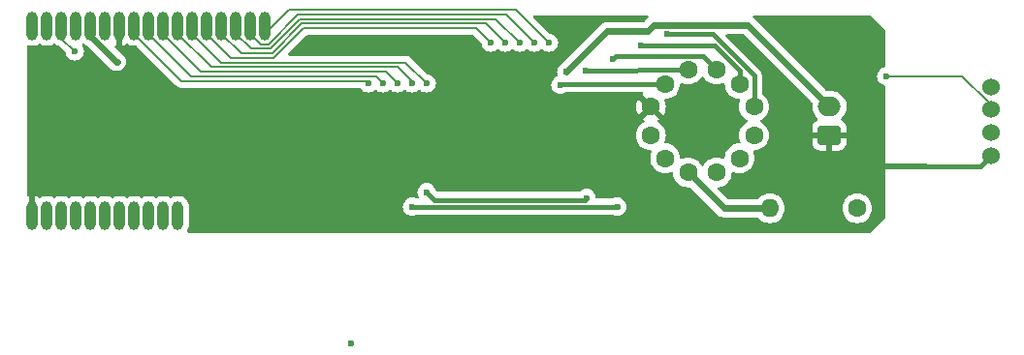
<source format=gbr>
%TF.GenerationSoftware,KiCad,Pcbnew,8.0.3*%
%TF.CreationDate,2024-07-12T14:10:18+09:00*%
%TF.ProjectId,Unit-LD8035E,556e6974-2d4c-4443-9830-3335452e6b69,rev?*%
%TF.SameCoordinates,Original*%
%TF.FileFunction,Copper,L2,Bot*%
%TF.FilePolarity,Positive*%
%FSLAX46Y46*%
G04 Gerber Fmt 4.6, Leading zero omitted, Abs format (unit mm)*
G04 Created by KiCad (PCBNEW 8.0.3) date 2024-07-12 14:10:18*
%MOMM*%
%LPD*%
G01*
G04 APERTURE LIST*
G04 Aperture macros list*
%AMRoundRect*
0 Rectangle with rounded corners*
0 $1 Rounding radius*
0 $2 $3 $4 $5 $6 $7 $8 $9 X,Y pos of 4 corners*
0 Add a 4 corners polygon primitive as box body*
4,1,4,$2,$3,$4,$5,$6,$7,$8,$9,$2,$3,0*
0 Add four circle primitives for the rounded corners*
1,1,$1+$1,$2,$3*
1,1,$1+$1,$4,$5*
1,1,$1+$1,$6,$7*
1,1,$1+$1,$8,$9*
0 Add four rect primitives between the rounded corners*
20,1,$1+$1,$2,$3,$4,$5,0*
20,1,$1+$1,$4,$5,$6,$7,0*
20,1,$1+$1,$6,$7,$8,$9,0*
20,1,$1+$1,$8,$9,$2,$3,0*%
G04 Aperture macros list end*
%TA.AperFunction,ComponentPad*%
%ADD10C,1.600000*%
%TD*%
%TA.AperFunction,ComponentPad*%
%ADD11RoundRect,0.500000X-0.008000X0.750000X-0.008000X-0.750000X0.008000X-0.750000X0.008000X0.750000X0*%
%TD*%
%TA.AperFunction,ComponentPad*%
%ADD12RoundRect,0.500000X0.008000X-0.750000X0.008000X0.750000X-0.008000X0.750000X-0.008000X-0.750000X0*%
%TD*%
%TA.AperFunction,ComponentPad*%
%ADD13O,1.600000X1.600000*%
%TD*%
%TA.AperFunction,ComponentPad*%
%ADD14RoundRect,0.250000X0.750000X-0.600000X0.750000X0.600000X-0.750000X0.600000X-0.750000X-0.600000X0*%
%TD*%
%TA.AperFunction,ComponentPad*%
%ADD15O,2.000000X1.700000*%
%TD*%
%TA.AperFunction,ComponentPad*%
%ADD16C,1.524000*%
%TD*%
%TA.AperFunction,ViaPad*%
%ADD17C,0.600000*%
%TD*%
%TA.AperFunction,Conductor*%
%ADD18C,0.200000*%
%TD*%
%TA.AperFunction,Conductor*%
%ADD19C,0.500000*%
%TD*%
%TA.AperFunction,Conductor*%
%ADD20C,0.600000*%
%TD*%
%TA.AperFunction,Conductor*%
%ADD21C,0.400000*%
%TD*%
G04 APERTURE END LIST*
D10*
%TO.P,V1,1,dp*%
%TO.N,Net-(U1-OUT1)*%
X137050000Y-96875000D03*
%TO.P,V1,2,GRID*%
%TO.N,Net-(U1-OUT2)*%
X138300000Y-98875000D03*
%TO.P,V1,3,filament*%
%TO.N,Net-(R1-Pad2)*%
X140300000Y-100125000D03*
%TO.P,V1,4,h*%
%TO.N,Net-(U1-OUT3)*%
X142800000Y-100125000D03*
%TO.P,V1,5,b*%
%TO.N,Net-(U1-OUT4)*%
X144800000Y-98875000D03*
%TO.P,V1,6,a*%
%TO.N,Net-(U1-OUT5)*%
X146050000Y-96875000D03*
%TO.P,V1,7,g*%
%TO.N,Net-(U2-OUT4)*%
X146050000Y-94375000D03*
%TO.P,V1,8,f*%
%TO.N,Net-(U2-OUT5)*%
X144800000Y-92375000D03*
%TO.P,V1,9,e*%
%TO.N,Net-(U2-OUT6)*%
X142800000Y-91125000D03*
%TO.P,V1,10,d*%
%TO.N,Net-(U2-OUT7)*%
X140300000Y-91125000D03*
%TO.P,V1,11,c*%
%TO.N,Net-(U2-OUT8)*%
X138300000Y-92375000D03*
%TO.P,V1,12,filament*%
%TO.N,GND*%
X137050000Y-94375000D03*
%TD*%
D11*
%TO.P,U3,1,G1*%
%TO.N,Net-(U2-IN4)*%
X103360000Y-87285000D03*
%TO.P,U3,2,G2*%
%TO.N,Net-(U2-IN5)*%
X102090000Y-87285000D03*
%TO.P,U3,3,G3*%
%TO.N,Net-(U2-IN6)*%
X100820000Y-87285000D03*
%TO.P,U3,4,G4*%
%TO.N,Net-(U2-IN7)*%
X99550000Y-87285000D03*
%TO.P,U3,5,G5*%
%TO.N,Net-(U2-IN8)*%
X98280000Y-87285000D03*
%TO.P,U3,6,G6*%
%TO.N,Net-(U1-IN1)*%
X97010000Y-87285000D03*
%TO.P,U3,7,G7*%
%TO.N,Net-(U1-IN2)*%
X95740000Y-87285000D03*
%TO.P,U3,8,G8*%
%TO.N,Net-(U1-IN3)*%
X94470000Y-87285000D03*
%TO.P,U3,9,G9*%
%TO.N,Net-(U1-IN4)*%
X93200000Y-87285000D03*
%TO.P,U3,10,G10*%
%TO.N,Net-(U1-IN5)*%
X91930000Y-87285000D03*
%TO.P,U3,11,GND*%
%TO.N,GND*%
X90660000Y-87285000D03*
%TO.P,U3,12,G11*%
%TO.N,unconnected-(U3-G11-Pad12)*%
X89390000Y-87285000D03*
%TO.P,U3,13,5V*%
%TO.N,+5V*%
X88120000Y-87285000D03*
%TO.P,U3,14,G12*%
%TO.N,unconnected-(U3-G12-Pad14)*%
X86850000Y-87285000D03*
%TO.P,U3,15,G13/SDA*%
%TO.N,Net-(J1-Pin_3)*%
X85580000Y-87285000D03*
%TO.P,U3,16,G14*%
%TO.N,unconnected-(U3-G14-Pad16)*%
X84310000Y-87285000D03*
%TO.P,U3,17,G15/SCL*%
%TO.N,Net-(J1-Pin_4)*%
X83040000Y-87285000D03*
D12*
%TO.P,U3,18,GND*%
%TO.N,GND*%
X83040000Y-103925000D03*
%TO.P,U3,19,G39*%
%TO.N,unconnected-(U3-G39-Pad19)*%
X84310000Y-103925000D03*
%TO.P,U3,20,G0*%
%TO.N,unconnected-(U3-G0-Pad20)*%
X85580000Y-103925000D03*
%TO.P,U3,21,G40*%
%TO.N,unconnected-(U3-G40-Pad21)*%
X86850000Y-103925000D03*
%TO.P,U3,22,EN*%
%TO.N,unconnected-(U3-EN-Pad22)*%
X88120000Y-103925000D03*
%TO.P,U3,23,G41*%
%TO.N,unconnected-(U3-G41-Pad23)*%
X89390000Y-103925000D03*
%TO.P,U3,24,G44*%
%TO.N,unconnected-(U3-G44-Pad24)*%
X90660000Y-103925000D03*
%TO.P,U3,25,G42*%
%TO.N,unconnected-(U3-G42-Pad25)*%
X91930000Y-103925000D03*
%TO.P,U3,26,G43*%
%TO.N,unconnected-(U3-G43-Pad26)*%
X93200000Y-103925000D03*
%TO.P,U3,27,G46*%
%TO.N,unconnected-(U3-G46-Pad27)*%
X94470000Y-103925000D03*
%TO.P,U3,28,3V3*%
%TO.N,unconnected-(U3-3V3-Pad28)*%
X95740000Y-103925000D03*
%TD*%
D10*
%TO.P,R1,1*%
%TO.N,+12V*%
X155067000Y-103251000D03*
D13*
%TO.P,R1,2*%
%TO.N,Net-(R1-Pad2)*%
X147447000Y-103251000D03*
%TD*%
D14*
%TO.P,J2,1,Pin_1*%
%TO.N,GND*%
X152637000Y-96850000D03*
D15*
%TO.P,J2,2,Pin_2*%
%TO.N,+12V*%
X152637000Y-94350000D03*
%TD*%
D16*
%TO.P,J1,1,Pin_1*%
%TO.N,GND*%
X166725000Y-98625000D03*
%TO.P,J1,2,Pin_2*%
%TO.N,+5V*%
X166725000Y-96625000D03*
%TO.P,J1,3,Pin_3*%
%TO.N,Net-(J1-Pin_3)*%
X166725000Y-94625000D03*
%TO.P,J1,4,Pin_4*%
%TO.N,Net-(J1-Pin_4)*%
X166725000Y-92625000D03*
%TD*%
D17*
%TO.N,*%
X110871000Y-115062000D03*
%TO.N,GND*%
X97409000Y-101600000D03*
X103251000Y-103124000D03*
X98044000Y-98171000D03*
X104648000Y-97917000D03*
X107696000Y-99822000D03*
X84963000Y-92075000D03*
X84963000Y-97790000D03*
X86868000Y-93472000D03*
X91313000Y-100457000D03*
X87757000Y-99949000D03*
X90932000Y-93726000D03*
X93345000Y-97155000D03*
X95250000Y-100838000D03*
X96647000Y-94107000D03*
X102235000Y-100965000D03*
X101981000Y-95377000D03*
X110236000Y-96520000D03*
X113030000Y-100076000D03*
X117221000Y-96520000D03*
X121666000Y-93599000D03*
X124079000Y-93345000D03*
X134747000Y-94615000D03*
X134239000Y-96901000D03*
X151384000Y-102870000D03*
X151892000Y-100584000D03*
X147066000Y-100965000D03*
X149225000Y-98679000D03*
X148971000Y-93472000D03*
X156718000Y-99568000D03*
%TO.N,+5V*%
X90424000Y-90424000D03*
%TO.N,Net-(J1-Pin_3)*%
X86741000Y-89535000D03*
X157607000Y-91694000D03*
%TO.N,+12V*%
X129667000Y-91313000D03*
%TO.N,Net-(U1-OUT1)*%
X131445000Y-102362000D03*
%TO.N,Net-(U1-OUT2)*%
X134112000Y-103124000D03*
%TO.N,Net-(U1-OUT1)*%
X117475000Y-101854000D03*
%TO.N,Net-(U1-OUT2)*%
X116205000Y-103124000D03*
%TO.N,Net-(U2-OUT4)*%
X138430000Y-88011000D03*
%TO.N,Net-(U2-OUT5)*%
X136144000Y-89027000D03*
%TO.N,Net-(U2-OUT6)*%
X133731000Y-90170000D03*
%TO.N,Net-(U2-OUT7)*%
X131318000Y-91186000D03*
%TO.N,Net-(U2-OUT8)*%
X129159000Y-92456000D03*
%TO.N,Net-(U1-IN5)*%
X112395000Y-92329000D03*
%TO.N,Net-(U1-IN4)*%
X113665000Y-92329000D03*
%TO.N,Net-(U1-IN3)*%
X114935000Y-92329000D03*
%TO.N,Net-(U1-IN2)*%
X116205000Y-92329000D03*
%TO.N,Net-(U1-IN1)*%
X117475000Y-92329000D03*
%TO.N,Net-(U2-IN8)*%
X123063000Y-88773000D03*
%TO.N,Net-(U2-IN7)*%
X124333000Y-88773000D03*
%TO.N,Net-(U2-IN6)*%
X125603000Y-88773000D03*
%TO.N,Net-(U2-IN5)*%
X126873000Y-88773000D03*
%TO.N,Net-(U2-IN4)*%
X128143000Y-88773000D03*
%TD*%
D18*
%TO.N,Net-(J1-Pin_3)*%
X157632400Y-91719400D02*
X157607000Y-91694000D01*
X164236400Y-91719400D02*
X157632400Y-91719400D01*
X166547800Y-94608400D02*
X166547800Y-94030800D01*
X166547800Y-94030800D02*
X164236400Y-91719400D01*
%TO.N,Net-(U2-IN4)*%
X125265626Y-85895626D02*
X128143000Y-88773000D01*
X105537450Y-85886291D02*
X125265626Y-85895626D01*
X105458709Y-85886291D02*
X105537450Y-85886291D01*
X103360000Y-87985000D02*
X105458709Y-85886291D01*
D19*
%TO.N,GND*%
X156743400Y-99593400D02*
X161086800Y-99593400D01*
X156718000Y-99568000D02*
X156743400Y-99593400D01*
X156692600Y-99593400D02*
X156718000Y-99568000D01*
D20*
%TO.N,+5V*%
X90349516Y-90424000D02*
X90424000Y-90424000D01*
X88120000Y-88194484D02*
X90349516Y-90424000D01*
X88120000Y-87985000D02*
X88120000Y-88194484D01*
D18*
%TO.N,Net-(J1-Pin_3)*%
X85580000Y-88374000D02*
X85580000Y-87985000D01*
X86741000Y-89535000D02*
X85580000Y-88374000D01*
X157581600Y-91719400D02*
X157607000Y-91694000D01*
D20*
%TO.N,+12V*%
X133223000Y-87757000D02*
X129667000Y-91313000D01*
X136779000Y-87757000D02*
X133223000Y-87757000D01*
X137033000Y-87503000D02*
X136779000Y-87757000D01*
X145498000Y-87211000D02*
X137325000Y-87211000D01*
X152637000Y-94350000D02*
X145498000Y-87211000D01*
X137325000Y-87211000D02*
X137033000Y-87503000D01*
%TO.N,Net-(R1-Pad2)*%
X147447000Y-103251000D02*
X143426000Y-103251000D01*
X143426000Y-103251000D02*
X140300000Y-100125000D01*
D21*
%TO.N,Net-(U1-OUT1)*%
X131283000Y-102524000D02*
X131445000Y-102362000D01*
X118145000Y-102524000D02*
X131283000Y-102524000D01*
%TO.N,Net-(U1-OUT2)*%
X134112000Y-103124000D02*
X116205000Y-103124000D01*
%TO.N,Net-(U1-OUT1)*%
X117475000Y-101854000D02*
X118145000Y-102524000D01*
%TO.N,Net-(U2-OUT4)*%
X146050000Y-91645102D02*
X146050000Y-94375000D01*
X142415898Y-88011000D02*
X146050000Y-91645102D01*
X138430000Y-88011000D02*
X142415898Y-88011000D01*
%TO.N,Net-(U2-OUT5)*%
X144800000Y-91243630D02*
X144800000Y-92375000D01*
X142583370Y-89027000D02*
X144800000Y-91243630D01*
X136144000Y-89027000D02*
X142583370Y-89027000D01*
%TO.N,Net-(U2-OUT6)*%
X133976000Y-89925000D02*
X141600000Y-89925000D01*
X133731000Y-90170000D02*
X133976000Y-89925000D01*
X141600000Y-89925000D02*
X142800000Y-91125000D01*
%TO.N,Net-(U2-OUT7)*%
X131318000Y-91186000D02*
X140300000Y-91125000D01*
X131379000Y-91125000D02*
X131318000Y-91186000D01*
%TO.N,Net-(U2-OUT8)*%
X129240000Y-92375000D02*
X138300000Y-92375000D01*
X129159000Y-92456000D02*
X129240000Y-92375000D01*
X129113000Y-92375000D02*
X129159000Y-92456000D01*
D18*
%TO.N,Net-(U1-IN5)*%
X96045000Y-92100000D02*
X91930000Y-87985000D01*
X112166000Y-92100000D02*
X96045000Y-92100000D01*
X112395000Y-92329000D02*
X112166000Y-92100000D01*
%TO.N,Net-(U1-IN4)*%
X96915000Y-91700000D02*
X93200000Y-87985000D01*
X113036000Y-91700000D02*
X96915000Y-91700000D01*
X113665000Y-92329000D02*
X113036000Y-91700000D01*
%TO.N,Net-(U1-IN3)*%
X97785000Y-91300000D02*
X94470000Y-87985000D01*
X113906000Y-91300000D02*
X97785000Y-91300000D01*
X114935000Y-92329000D02*
X113906000Y-91300000D01*
%TO.N,Net-(U1-IN2)*%
X116078000Y-92075000D02*
X114903000Y-90900000D01*
X114903000Y-90900000D02*
X98655000Y-90900000D01*
X98655000Y-90900000D02*
X95740000Y-87985000D01*
X116078000Y-92202000D02*
X116078000Y-92075000D01*
X116205000Y-92329000D02*
X116078000Y-92202000D01*
%TO.N,Net-(U1-IN1)*%
X99525000Y-90500000D02*
X97010000Y-87985000D01*
X115646000Y-90500000D02*
X99525000Y-90500000D01*
X117475000Y-92329000D02*
X115646000Y-90500000D01*
%TO.N,Net-(U2-IN8)*%
X100395000Y-90100000D02*
X98280000Y-87985000D01*
X104138700Y-90100000D02*
X100395000Y-90100000D01*
X123063000Y-88773000D02*
X121784390Y-87494390D01*
X121784390Y-87494390D02*
X106744310Y-87494390D01*
X106744310Y-87494390D02*
X104138700Y-90100000D01*
%TO.N,Net-(U2-IN7)*%
X103973014Y-89700000D02*
X101265000Y-89700000D01*
X106578624Y-87094390D02*
X103973014Y-89700000D01*
X101265000Y-89700000D02*
X99550000Y-87985000D01*
X124333000Y-88773000D02*
X122654390Y-87094390D01*
X122654390Y-87094390D02*
X106578624Y-87094390D01*
%TO.N,Net-(U2-IN6)*%
X102135000Y-89300000D02*
X100820000Y-87985000D01*
X106420377Y-86686951D02*
X103807328Y-89300000D01*
X106932315Y-86686951D02*
X106420377Y-86686951D01*
X103807328Y-89300000D02*
X102135000Y-89300000D01*
X106983115Y-86686975D02*
X106932315Y-86686951D01*
X123524802Y-86694802D02*
X106983115Y-86686975D01*
X125603000Y-88773000D02*
X123524802Y-86694802D01*
%TO.N,Net-(U2-IN5)*%
X103005000Y-88900000D02*
X102090000Y-87985000D01*
X106254691Y-86286951D02*
X103641642Y-88900000D01*
X107148989Y-86287053D02*
X106933089Y-86286951D01*
X106933089Y-86286951D02*
X106254691Y-86286951D01*
X124395214Y-86295214D02*
X107148989Y-86287053D01*
X103641642Y-88900000D02*
X103005000Y-88900000D01*
X126873000Y-88773000D02*
X124395214Y-86295214D01*
D21*
%TO.N,GND*%
X161086800Y-99593400D02*
X165820800Y-99593400D01*
D19*
X156638710Y-99593400D02*
X156692600Y-99593400D01*
D21*
X165820800Y-99593400D02*
X166802800Y-98611400D01*
%TD*%
%TA.AperFunction,Conductor*%
%TO.N,GND*%
G36*
X136816015Y-86379685D02*
G01*
X136861770Y-86432489D01*
X136871714Y-86501647D01*
X136842689Y-86565203D01*
X136817866Y-86587103D01*
X136814710Y-86589211D01*
X136814710Y-86589212D01*
X136483741Y-86920181D01*
X136422418Y-86953666D01*
X136396060Y-86956500D01*
X133144154Y-86956500D01*
X132989508Y-86987261D01*
X132989500Y-86987263D01*
X132976352Y-86992710D01*
X132976349Y-86992711D01*
X132843827Y-87047602D01*
X132843814Y-87047609D01*
X132712712Y-87135209D01*
X132712710Y-87135212D01*
X129037186Y-90810735D01*
X129037180Y-90810742D01*
X128996092Y-90876132D01*
X128994204Y-90879047D01*
X128957604Y-90933824D01*
X128957600Y-90933832D01*
X128957266Y-90934639D01*
X128947713Y-90953127D01*
X128941212Y-90963474D01*
X128941210Y-90963477D01*
X128919982Y-91024140D01*
X128917504Y-91030631D01*
X128897264Y-91079496D01*
X128897263Y-91079502D01*
X128894550Y-91093140D01*
X128889975Y-91109898D01*
X128881634Y-91133735D01*
X128881632Y-91133742D01*
X128875890Y-91184696D01*
X128874288Y-91194994D01*
X128866500Y-91234152D01*
X128866500Y-91261085D01*
X128865720Y-91274969D01*
X128861435Y-91312998D01*
X128861435Y-91313001D01*
X128865720Y-91351029D01*
X128866500Y-91364914D01*
X128866500Y-91391844D01*
X128874288Y-91431003D01*
X128875890Y-91441303D01*
X128881109Y-91487616D01*
X128881632Y-91492252D01*
X128881633Y-91492260D01*
X128889976Y-91516104D01*
X128894550Y-91532860D01*
X128896692Y-91543630D01*
X128897263Y-91546497D01*
X128902422Y-91558953D01*
X128909890Y-91628421D01*
X128878614Y-91690900D01*
X128828817Y-91723444D01*
X128809475Y-91730212D01*
X128656737Y-91826184D01*
X128529184Y-91953737D01*
X128433211Y-92106476D01*
X128373631Y-92276745D01*
X128373630Y-92276750D01*
X128353435Y-92455996D01*
X128353435Y-92456003D01*
X128373630Y-92635249D01*
X128373631Y-92635254D01*
X128433211Y-92805523D01*
X128501221Y-92913759D01*
X128529184Y-92958262D01*
X128656738Y-93085816D01*
X128809478Y-93181789D01*
X128979745Y-93241368D01*
X128979750Y-93241369D01*
X129158996Y-93261565D01*
X129159000Y-93261565D01*
X129159004Y-93261565D01*
X129338249Y-93241369D01*
X129338252Y-93241368D01*
X129338255Y-93241368D01*
X129508522Y-93181789D01*
X129647432Y-93094506D01*
X129713404Y-93075500D01*
X136246118Y-93075500D01*
X136313157Y-93095185D01*
X136358912Y-93147989D01*
X136368856Y-93217147D01*
X136339831Y-93280703D01*
X136324665Y-93294379D01*
X136324526Y-93295974D01*
X137003553Y-93975000D01*
X136997339Y-93975000D01*
X136895606Y-94002259D01*
X136804394Y-94054920D01*
X136729920Y-94129394D01*
X136677259Y-94220606D01*
X136650000Y-94322339D01*
X136650000Y-94328552D01*
X135970974Y-93649526D01*
X135970973Y-93649526D01*
X135919868Y-93722512D01*
X135919866Y-93722516D01*
X135823734Y-93928673D01*
X135823730Y-93928682D01*
X135764860Y-94148389D01*
X135764858Y-94148400D01*
X135745034Y-94374997D01*
X135745034Y-94375002D01*
X135764858Y-94601599D01*
X135764860Y-94601610D01*
X135823730Y-94821317D01*
X135823735Y-94821331D01*
X135919863Y-95027478D01*
X135970974Y-95100472D01*
X136650000Y-94421446D01*
X136650000Y-94427661D01*
X136677259Y-94529394D01*
X136729920Y-94620606D01*
X136804394Y-94695080D01*
X136895606Y-94747741D01*
X136997339Y-94775000D01*
X137003553Y-94775000D01*
X136324526Y-95454025D01*
X136397513Y-95505132D01*
X136397515Y-95505133D01*
X136412973Y-95512341D01*
X136465413Y-95558513D01*
X136484566Y-95625706D01*
X136464351Y-95692587D01*
X136412979Y-95737104D01*
X136397270Y-95744429D01*
X136397265Y-95744432D01*
X136210858Y-95874954D01*
X136049954Y-96035858D01*
X135919432Y-96222265D01*
X135919431Y-96222267D01*
X135823261Y-96428502D01*
X135823258Y-96428511D01*
X135764366Y-96648302D01*
X135764364Y-96648313D01*
X135744532Y-96874998D01*
X135744532Y-96875001D01*
X135764364Y-97101686D01*
X135764366Y-97101697D01*
X135823258Y-97321488D01*
X135823261Y-97321497D01*
X135919431Y-97527732D01*
X135919432Y-97527734D01*
X136049954Y-97714141D01*
X136210858Y-97875045D01*
X136210861Y-97875047D01*
X136397266Y-98005568D01*
X136603504Y-98101739D01*
X136823308Y-98160635D01*
X137007060Y-98176711D01*
X137072129Y-98202163D01*
X137113108Y-98258754D01*
X137116986Y-98328516D01*
X137108635Y-98352643D01*
X137073263Y-98428497D01*
X137073258Y-98428511D01*
X137014366Y-98648302D01*
X137014364Y-98648313D01*
X136994532Y-98874998D01*
X136994532Y-98875001D01*
X137014364Y-99101686D01*
X137014366Y-99101697D01*
X137073258Y-99321488D01*
X137073261Y-99321497D01*
X137169431Y-99527732D01*
X137169432Y-99527734D01*
X137299954Y-99714141D01*
X137460858Y-99875045D01*
X137460861Y-99875047D01*
X137647266Y-100005568D01*
X137853504Y-100101739D01*
X138073308Y-100160635D01*
X138235230Y-100174801D01*
X138299998Y-100180468D01*
X138300000Y-100180468D01*
X138300002Y-100180468D01*
X138356673Y-100175509D01*
X138526692Y-100160635D01*
X138746496Y-100101739D01*
X138822359Y-100066363D01*
X138891431Y-100055872D01*
X138955216Y-100084391D01*
X138993456Y-100142867D01*
X138998288Y-100167938D01*
X139014364Y-100351687D01*
X139014366Y-100351697D01*
X139073258Y-100571488D01*
X139073261Y-100571497D01*
X139169431Y-100777732D01*
X139169432Y-100777734D01*
X139299954Y-100964141D01*
X139460858Y-101125045D01*
X139460861Y-101125047D01*
X139647266Y-101255568D01*
X139853504Y-101351739D01*
X140073308Y-101410635D01*
X140231557Y-101424480D01*
X140299998Y-101430468D01*
X140299999Y-101430468D01*
X140299999Y-101430467D01*
X140300000Y-101430468D01*
X140401839Y-101421557D01*
X140470336Y-101435323D01*
X140500326Y-101457404D01*
X142915707Y-103872786D01*
X142915711Y-103872789D01*
X143046814Y-103960390D01*
X143046818Y-103960392D01*
X143046821Y-103960394D01*
X143192503Y-104020738D01*
X143344644Y-104051000D01*
X143347153Y-104051499D01*
X143347157Y-104051500D01*
X143347158Y-104051500D01*
X143504843Y-104051500D01*
X146356951Y-104051500D01*
X146423990Y-104071185D01*
X146444632Y-104087819D01*
X146607858Y-104251045D01*
X146607861Y-104251047D01*
X146794266Y-104381568D01*
X147000504Y-104477739D01*
X147220308Y-104536635D01*
X147382230Y-104550801D01*
X147446998Y-104556468D01*
X147447000Y-104556468D01*
X147447002Y-104556468D01*
X147503673Y-104551509D01*
X147673692Y-104536635D01*
X147893496Y-104477739D01*
X148099734Y-104381568D01*
X148286139Y-104251047D01*
X148447047Y-104090139D01*
X148577568Y-103903734D01*
X148673739Y-103697496D01*
X148732635Y-103477692D01*
X148752468Y-103251000D01*
X148752468Y-103250998D01*
X153761532Y-103250998D01*
X153761532Y-103251001D01*
X153781364Y-103477686D01*
X153781366Y-103477697D01*
X153840258Y-103697488D01*
X153840261Y-103697497D01*
X153936431Y-103903732D01*
X153936432Y-103903734D01*
X154066954Y-104090141D01*
X154227858Y-104251045D01*
X154227861Y-104251047D01*
X154414266Y-104381568D01*
X154620504Y-104477739D01*
X154840308Y-104536635D01*
X155002230Y-104550801D01*
X155066998Y-104556468D01*
X155067000Y-104556468D01*
X155067002Y-104556468D01*
X155123673Y-104551509D01*
X155293692Y-104536635D01*
X155513496Y-104477739D01*
X155719734Y-104381568D01*
X155906139Y-104251047D01*
X156067047Y-104090139D01*
X156197568Y-103903734D01*
X156293739Y-103697496D01*
X156352635Y-103477692D01*
X156372468Y-103251000D01*
X156352635Y-103024308D01*
X156293739Y-102804504D01*
X156197568Y-102598266D01*
X156075197Y-102423500D01*
X156067045Y-102411858D01*
X155906141Y-102250954D01*
X155719734Y-102120432D01*
X155719732Y-102120431D01*
X155513497Y-102024261D01*
X155513488Y-102024258D01*
X155293697Y-101965366D01*
X155293693Y-101965365D01*
X155293692Y-101965365D01*
X155293691Y-101965364D01*
X155293686Y-101965364D01*
X155067002Y-101945532D01*
X155066998Y-101945532D01*
X154840313Y-101965364D01*
X154840302Y-101965366D01*
X154620511Y-102024258D01*
X154620502Y-102024261D01*
X154414267Y-102120431D01*
X154414265Y-102120432D01*
X154227858Y-102250954D01*
X154066954Y-102411858D01*
X153936432Y-102598265D01*
X153936431Y-102598267D01*
X153840261Y-102804502D01*
X153840258Y-102804511D01*
X153781366Y-103024302D01*
X153781364Y-103024313D01*
X153761532Y-103250998D01*
X148752468Y-103250998D01*
X148732635Y-103024308D01*
X148673739Y-102804504D01*
X148577568Y-102598266D01*
X148455197Y-102423500D01*
X148447045Y-102411858D01*
X148286141Y-102250954D01*
X148099734Y-102120432D01*
X148099732Y-102120431D01*
X147893497Y-102024261D01*
X147893488Y-102024258D01*
X147673697Y-101965366D01*
X147673693Y-101965365D01*
X147673692Y-101965365D01*
X147673691Y-101965364D01*
X147673686Y-101965364D01*
X147447002Y-101945532D01*
X147446998Y-101945532D01*
X147220313Y-101965364D01*
X147220302Y-101965366D01*
X147000511Y-102024258D01*
X147000502Y-102024261D01*
X146794267Y-102120431D01*
X146794265Y-102120432D01*
X146607858Y-102250954D01*
X146444632Y-102414181D01*
X146383309Y-102447666D01*
X146356951Y-102450500D01*
X143808940Y-102450500D01*
X143741901Y-102430815D01*
X143721259Y-102414181D01*
X142930603Y-101623525D01*
X142897118Y-101562202D01*
X142902102Y-101492510D01*
X142943974Y-101436577D01*
X143007476Y-101412316D01*
X143026692Y-101410635D01*
X143246496Y-101351739D01*
X143452734Y-101255568D01*
X143639139Y-101125047D01*
X143800047Y-100964139D01*
X143930568Y-100777734D01*
X144026739Y-100571496D01*
X144085635Y-100351692D01*
X144101711Y-100167937D01*
X144127163Y-100102870D01*
X144183754Y-100061891D01*
X144253516Y-100058013D01*
X144277638Y-100066362D01*
X144353504Y-100101739D01*
X144573308Y-100160635D01*
X144735230Y-100174801D01*
X144799998Y-100180468D01*
X144800000Y-100180468D01*
X144800002Y-100180468D01*
X144856673Y-100175509D01*
X145026692Y-100160635D01*
X145246496Y-100101739D01*
X145452734Y-100005568D01*
X145639139Y-99875047D01*
X145800047Y-99714139D01*
X145930568Y-99527734D01*
X146026739Y-99321496D01*
X146085635Y-99101692D01*
X146105468Y-98875000D01*
X146102350Y-98839366D01*
X146085635Y-98648313D01*
X146085635Y-98648312D01*
X146085635Y-98648308D01*
X146026739Y-98428504D01*
X145991363Y-98352641D01*
X145980872Y-98283567D01*
X146009391Y-98219783D01*
X146067868Y-98181543D01*
X146092935Y-98176711D01*
X146276692Y-98160635D01*
X146496496Y-98101739D01*
X146702734Y-98005568D01*
X146889139Y-97875047D01*
X147050047Y-97714139D01*
X147180568Y-97527734D01*
X147276739Y-97321496D01*
X147335635Y-97101692D01*
X147355468Y-96875000D01*
X147335635Y-96648308D01*
X147276739Y-96428504D01*
X147180568Y-96222266D01*
X147050047Y-96035861D01*
X147050045Y-96035858D01*
X146889141Y-95874954D01*
X146702734Y-95744432D01*
X146702728Y-95744429D01*
X146687614Y-95737381D01*
X146635176Y-95691211D01*
X146616023Y-95624018D01*
X146636238Y-95557136D01*
X146687614Y-95512618D01*
X146702734Y-95505568D01*
X146889139Y-95375047D01*
X147050047Y-95214139D01*
X147180568Y-95027734D01*
X147276739Y-94821496D01*
X147335635Y-94601692D01*
X147355468Y-94375000D01*
X147335635Y-94148308D01*
X147276739Y-93928504D01*
X147180568Y-93722266D01*
X147050047Y-93535861D01*
X146889139Y-93374953D01*
X146854144Y-93350449D01*
X146803376Y-93314901D01*
X146759751Y-93260324D01*
X146750500Y-93213326D01*
X146750500Y-91576106D01*
X146723581Y-91440779D01*
X146723580Y-91440778D01*
X146723580Y-91440774D01*
X146683693Y-91344478D01*
X146670778Y-91313297D01*
X146670771Y-91313284D01*
X146594115Y-91198561D01*
X146545342Y-91149788D01*
X146496542Y-91100988D01*
X145063291Y-89667737D01*
X143618736Y-88223181D01*
X143585251Y-88161858D01*
X143590235Y-88092166D01*
X143632107Y-88036233D01*
X143697571Y-88011816D01*
X143706417Y-88011500D01*
X145115060Y-88011500D01*
X145182099Y-88031185D01*
X145202741Y-88047819D01*
X151127665Y-93972743D01*
X151161150Y-94034066D01*
X151162457Y-94079821D01*
X151140160Y-94220606D01*
X151136500Y-94243713D01*
X151136500Y-94456287D01*
X151169754Y-94666243D01*
X151220199Y-94821497D01*
X151235444Y-94868414D01*
X151331951Y-95057820D01*
X151456890Y-95229786D01*
X151596068Y-95368964D01*
X151629553Y-95430287D01*
X151624569Y-95499979D01*
X151582697Y-95555912D01*
X151573484Y-95562183D01*
X151418659Y-95657680D01*
X151418655Y-95657683D01*
X151294684Y-95781654D01*
X151202643Y-95930875D01*
X151202641Y-95930880D01*
X151147494Y-96097302D01*
X151147493Y-96097309D01*
X151137000Y-96200013D01*
X151137000Y-96600000D01*
X152203988Y-96600000D01*
X152171075Y-96657007D01*
X152137000Y-96784174D01*
X152137000Y-96915826D01*
X152171075Y-97042993D01*
X152203988Y-97100000D01*
X151137001Y-97100000D01*
X151137001Y-97499986D01*
X151147494Y-97602697D01*
X151202641Y-97769119D01*
X151202643Y-97769124D01*
X151294684Y-97918345D01*
X151418654Y-98042315D01*
X151567875Y-98134356D01*
X151567880Y-98134358D01*
X151734302Y-98189505D01*
X151734309Y-98189506D01*
X151837019Y-98199999D01*
X152386999Y-98199999D01*
X152387000Y-98199998D01*
X152387000Y-97283012D01*
X152444007Y-97315925D01*
X152571174Y-97350000D01*
X152702826Y-97350000D01*
X152829993Y-97315925D01*
X152887000Y-97283012D01*
X152887000Y-98199999D01*
X153436972Y-98199999D01*
X153436986Y-98199998D01*
X153539697Y-98189505D01*
X153706119Y-98134358D01*
X153706124Y-98134356D01*
X153855345Y-98042315D01*
X153979315Y-97918345D01*
X154071356Y-97769124D01*
X154071358Y-97769119D01*
X154126505Y-97602697D01*
X154126506Y-97602690D01*
X154136999Y-97499986D01*
X154137000Y-97499973D01*
X154137000Y-97100000D01*
X153070012Y-97100000D01*
X153102925Y-97042993D01*
X153137000Y-96915826D01*
X153137000Y-96784174D01*
X153102925Y-96657007D01*
X153070012Y-96600000D01*
X154136999Y-96600000D01*
X154136999Y-96200028D01*
X154136998Y-96200013D01*
X154126505Y-96097302D01*
X154071358Y-95930880D01*
X154071356Y-95930875D01*
X153979315Y-95781654D01*
X153855345Y-95657684D01*
X153700515Y-95562184D01*
X153653791Y-95510236D01*
X153642568Y-95441273D01*
X153670412Y-95377191D01*
X153677909Y-95368986D01*
X153817104Y-95229792D01*
X153828477Y-95214139D01*
X153942048Y-95057820D01*
X153942047Y-95057820D01*
X153942051Y-95057816D01*
X154038557Y-94868412D01*
X154104246Y-94666243D01*
X154137500Y-94456287D01*
X154137500Y-94243713D01*
X154104246Y-94033757D01*
X154038557Y-93831588D01*
X153942051Y-93642184D01*
X153942049Y-93642181D01*
X153942048Y-93642179D01*
X153817109Y-93470213D01*
X153666786Y-93319890D01*
X153494820Y-93194951D01*
X153305414Y-93098444D01*
X153305413Y-93098443D01*
X153305412Y-93098443D01*
X153103243Y-93032754D01*
X153103241Y-93032753D01*
X153103240Y-93032753D01*
X152941957Y-93007208D01*
X152893287Y-92999500D01*
X152893286Y-92999500D01*
X152469940Y-92999500D01*
X152402901Y-92979815D01*
X152382259Y-92963181D01*
X146008292Y-86589213D01*
X146005134Y-86587103D01*
X146003853Y-86585570D01*
X146003581Y-86585347D01*
X146003623Y-86585295D01*
X145960329Y-86533491D01*
X145951621Y-86464166D01*
X145981775Y-86401138D01*
X146041217Y-86364419D01*
X146074024Y-86360000D01*
X156158638Y-86360000D01*
X156225677Y-86379685D01*
X156246319Y-86396319D01*
X157443681Y-87593681D01*
X157477166Y-87655004D01*
X157480000Y-87681362D01*
X157480000Y-90802364D01*
X157460315Y-90869403D01*
X157407511Y-90915158D01*
X157396955Y-90919406D01*
X157257476Y-90968211D01*
X157104737Y-91064184D01*
X156977184Y-91191737D01*
X156881211Y-91344476D01*
X156821631Y-91514745D01*
X156821630Y-91514750D01*
X156801435Y-91693996D01*
X156801435Y-91694003D01*
X156821630Y-91873249D01*
X156821631Y-91873254D01*
X156881211Y-92043523D01*
X156977184Y-92196262D01*
X157104738Y-92323816D01*
X157257478Y-92419789D01*
X157396956Y-92468594D01*
X157453730Y-92509314D01*
X157479478Y-92574267D01*
X157480000Y-92585635D01*
X157480000Y-104088638D01*
X157460315Y-104155677D01*
X157443681Y-104176319D01*
X156246319Y-105373681D01*
X156184996Y-105407166D01*
X156158638Y-105410000D01*
X96697512Y-105410000D01*
X96630473Y-105390315D01*
X96584718Y-105337511D01*
X96574774Y-105268353D01*
X96587603Y-105228589D01*
X96593422Y-105217447D01*
X96681909Y-105048049D01*
X96737886Y-104852418D01*
X96748500Y-104733037D01*
X96748499Y-103123996D01*
X115399435Y-103123996D01*
X115399435Y-103124003D01*
X115419630Y-103303249D01*
X115419631Y-103303254D01*
X115479211Y-103473523D01*
X115575184Y-103626262D01*
X115702738Y-103753816D01*
X115793080Y-103810582D01*
X115855474Y-103849787D01*
X115855478Y-103849789D01*
X116009638Y-103903732D01*
X116025745Y-103909368D01*
X116025750Y-103909369D01*
X116204996Y-103929565D01*
X116205000Y-103929565D01*
X116205004Y-103929565D01*
X116384249Y-103909369D01*
X116384252Y-103909368D01*
X116384255Y-103909368D01*
X116554522Y-103849789D01*
X116555488Y-103849181D01*
X116564523Y-103843506D01*
X116630494Y-103824500D01*
X133686506Y-103824500D01*
X133752477Y-103843506D01*
X133762474Y-103849787D01*
X133762475Y-103849787D01*
X133762478Y-103849789D01*
X133916638Y-103903732D01*
X133932745Y-103909368D01*
X133932750Y-103909369D01*
X134111996Y-103929565D01*
X134112000Y-103929565D01*
X134112004Y-103929565D01*
X134291249Y-103909369D01*
X134291252Y-103909368D01*
X134291255Y-103909368D01*
X134461522Y-103849789D01*
X134614262Y-103753816D01*
X134741816Y-103626262D01*
X134837789Y-103473522D01*
X134897368Y-103303255D01*
X134917565Y-103124000D01*
X134916772Y-103116965D01*
X134897369Y-102944750D01*
X134897368Y-102944745D01*
X134848298Y-102804511D01*
X134837789Y-102774478D01*
X134741816Y-102621738D01*
X134614262Y-102494184D01*
X134566051Y-102463891D01*
X134461523Y-102398211D01*
X134291254Y-102338631D01*
X134291249Y-102338630D01*
X134112004Y-102318435D01*
X134111996Y-102318435D01*
X133932750Y-102338630D01*
X133932745Y-102338631D01*
X133762474Y-102398212D01*
X133752477Y-102404494D01*
X133686506Y-102423500D01*
X132368308Y-102423500D01*
X132301269Y-102403815D01*
X132255514Y-102351011D01*
X132245088Y-102313384D01*
X132230369Y-102182749D01*
X132230368Y-102182745D01*
X132170788Y-102012476D01*
X132074815Y-101859737D01*
X131947262Y-101732184D01*
X131794523Y-101636211D01*
X131624254Y-101576631D01*
X131624249Y-101576630D01*
X131445004Y-101556435D01*
X131444996Y-101556435D01*
X131265750Y-101576630D01*
X131265745Y-101576631D01*
X131095476Y-101636211D01*
X130942737Y-101732184D01*
X130887741Y-101787181D01*
X130826418Y-101820666D01*
X130800060Y-101823500D01*
X118486519Y-101823500D01*
X118419480Y-101803815D01*
X118398838Y-101787181D01*
X118266367Y-101654710D01*
X118237006Y-101607983D01*
X118226035Y-101576630D01*
X118200789Y-101504478D01*
X118104816Y-101351738D01*
X117977262Y-101224184D01*
X117824523Y-101128211D01*
X117654254Y-101068631D01*
X117654249Y-101068630D01*
X117475004Y-101048435D01*
X117474996Y-101048435D01*
X117295750Y-101068630D01*
X117295745Y-101068631D01*
X117125476Y-101128211D01*
X116972737Y-101224184D01*
X116845184Y-101351737D01*
X116749211Y-101504476D01*
X116689631Y-101674745D01*
X116689630Y-101674750D01*
X116669435Y-101853996D01*
X116669435Y-101854003D01*
X116689630Y-102033249D01*
X116689631Y-102033254D01*
X116749211Y-102203524D01*
X116768064Y-102233527D01*
X116787065Y-102300764D01*
X116766698Y-102367599D01*
X116713430Y-102412814D01*
X116663071Y-102423500D01*
X116630494Y-102423500D01*
X116564523Y-102404494D01*
X116554525Y-102398212D01*
X116384254Y-102338631D01*
X116384249Y-102338630D01*
X116205004Y-102318435D01*
X116204996Y-102318435D01*
X116025750Y-102338630D01*
X116025745Y-102338631D01*
X115855476Y-102398211D01*
X115702737Y-102494184D01*
X115575184Y-102621737D01*
X115479211Y-102774476D01*
X115419631Y-102944745D01*
X115419630Y-102944750D01*
X115399435Y-103123996D01*
X96748499Y-103123996D01*
X96748499Y-103116964D01*
X96737886Y-102997582D01*
X96681909Y-102801951D01*
X96587698Y-102621593D01*
X96483810Y-102494184D01*
X96459109Y-102463890D01*
X96341016Y-102367599D01*
X96301407Y-102335302D01*
X96121049Y-102241091D01*
X96121048Y-102241090D01*
X96121045Y-102241089D01*
X96003829Y-102207550D01*
X95925418Y-102185114D01*
X95925415Y-102185113D01*
X95925413Y-102185113D01*
X95859102Y-102179217D01*
X95806037Y-102174500D01*
X95806032Y-102174500D01*
X95673972Y-102174500D01*
X95673964Y-102174501D01*
X95554584Y-102185113D01*
X95358954Y-102241089D01*
X95178587Y-102335305D01*
X95173340Y-102338764D01*
X95171755Y-102336359D01*
X95118663Y-102358557D01*
X95049863Y-102346379D01*
X95037062Y-102338152D01*
X95036660Y-102338764D01*
X95031412Y-102335305D01*
X95031408Y-102335303D01*
X95031407Y-102335302D01*
X94851049Y-102241091D01*
X94851048Y-102241090D01*
X94851045Y-102241089D01*
X94733829Y-102207550D01*
X94655418Y-102185114D01*
X94655415Y-102185113D01*
X94655413Y-102185113D01*
X94589102Y-102179217D01*
X94536037Y-102174500D01*
X94536032Y-102174500D01*
X94403972Y-102174500D01*
X94403964Y-102174501D01*
X94284584Y-102185113D01*
X94088954Y-102241089D01*
X93908587Y-102335305D01*
X93903340Y-102338764D01*
X93901755Y-102336359D01*
X93848663Y-102358557D01*
X93779863Y-102346379D01*
X93767062Y-102338152D01*
X93766660Y-102338764D01*
X93761412Y-102335305D01*
X93761408Y-102335303D01*
X93761407Y-102335302D01*
X93581049Y-102241091D01*
X93581048Y-102241090D01*
X93581045Y-102241089D01*
X93463829Y-102207550D01*
X93385418Y-102185114D01*
X93385415Y-102185113D01*
X93385413Y-102185113D01*
X93319102Y-102179217D01*
X93266037Y-102174500D01*
X93266032Y-102174500D01*
X93133972Y-102174500D01*
X93133964Y-102174501D01*
X93014584Y-102185113D01*
X92818954Y-102241089D01*
X92638587Y-102335305D01*
X92633340Y-102338764D01*
X92631755Y-102336359D01*
X92578663Y-102358557D01*
X92509863Y-102346379D01*
X92497062Y-102338152D01*
X92496660Y-102338764D01*
X92491412Y-102335305D01*
X92491408Y-102335303D01*
X92491407Y-102335302D01*
X92311049Y-102241091D01*
X92311048Y-102241090D01*
X92311045Y-102241089D01*
X92193829Y-102207550D01*
X92115418Y-102185114D01*
X92115415Y-102185113D01*
X92115413Y-102185113D01*
X92049102Y-102179217D01*
X91996037Y-102174500D01*
X91996032Y-102174500D01*
X91863972Y-102174500D01*
X91863964Y-102174501D01*
X91744584Y-102185113D01*
X91548954Y-102241089D01*
X91368587Y-102335305D01*
X91363340Y-102338764D01*
X91361755Y-102336359D01*
X91308663Y-102358557D01*
X91239863Y-102346379D01*
X91227062Y-102338152D01*
X91226660Y-102338764D01*
X91221412Y-102335305D01*
X91221408Y-102335303D01*
X91221407Y-102335302D01*
X91041049Y-102241091D01*
X91041048Y-102241090D01*
X91041045Y-102241089D01*
X90923829Y-102207550D01*
X90845418Y-102185114D01*
X90845415Y-102185113D01*
X90845413Y-102185113D01*
X90779102Y-102179217D01*
X90726037Y-102174500D01*
X90726032Y-102174500D01*
X90593972Y-102174500D01*
X90593964Y-102174501D01*
X90474584Y-102185113D01*
X90278954Y-102241089D01*
X90098587Y-102335305D01*
X90093340Y-102338764D01*
X90091755Y-102336359D01*
X90038663Y-102358557D01*
X89969863Y-102346379D01*
X89957062Y-102338152D01*
X89956660Y-102338764D01*
X89951412Y-102335305D01*
X89951408Y-102335303D01*
X89951407Y-102335302D01*
X89771049Y-102241091D01*
X89771048Y-102241090D01*
X89771045Y-102241089D01*
X89653829Y-102207550D01*
X89575418Y-102185114D01*
X89575415Y-102185113D01*
X89575413Y-102185113D01*
X89509102Y-102179217D01*
X89456037Y-102174500D01*
X89456032Y-102174500D01*
X89323972Y-102174500D01*
X89323964Y-102174501D01*
X89204584Y-102185113D01*
X89008954Y-102241089D01*
X88828587Y-102335305D01*
X88823340Y-102338764D01*
X88821755Y-102336359D01*
X88768663Y-102358557D01*
X88699863Y-102346379D01*
X88687062Y-102338152D01*
X88686660Y-102338764D01*
X88681412Y-102335305D01*
X88681408Y-102335303D01*
X88681407Y-102335302D01*
X88501049Y-102241091D01*
X88501048Y-102241090D01*
X88501045Y-102241089D01*
X88383829Y-102207550D01*
X88305418Y-102185114D01*
X88305415Y-102185113D01*
X88305413Y-102185113D01*
X88239102Y-102179217D01*
X88186037Y-102174500D01*
X88186032Y-102174500D01*
X88053972Y-102174500D01*
X88053964Y-102174501D01*
X87934584Y-102185113D01*
X87738954Y-102241089D01*
X87558587Y-102335305D01*
X87553340Y-102338764D01*
X87551755Y-102336359D01*
X87498663Y-102358557D01*
X87429863Y-102346379D01*
X87417062Y-102338152D01*
X87416660Y-102338764D01*
X87411412Y-102335305D01*
X87411408Y-102335303D01*
X87411407Y-102335302D01*
X87231049Y-102241091D01*
X87231048Y-102241090D01*
X87231045Y-102241089D01*
X87113829Y-102207550D01*
X87035418Y-102185114D01*
X87035415Y-102185113D01*
X87035413Y-102185113D01*
X86969102Y-102179217D01*
X86916037Y-102174500D01*
X86916032Y-102174500D01*
X86783972Y-102174500D01*
X86783964Y-102174501D01*
X86664584Y-102185113D01*
X86468954Y-102241089D01*
X86288587Y-102335305D01*
X86283340Y-102338764D01*
X86281755Y-102336359D01*
X86228663Y-102358557D01*
X86159863Y-102346379D01*
X86147062Y-102338152D01*
X86146660Y-102338764D01*
X86141412Y-102335305D01*
X86141408Y-102335303D01*
X86141407Y-102335302D01*
X85961049Y-102241091D01*
X85961048Y-102241090D01*
X85961045Y-102241089D01*
X85843829Y-102207550D01*
X85765418Y-102185114D01*
X85765415Y-102185113D01*
X85765413Y-102185113D01*
X85699102Y-102179217D01*
X85646037Y-102174500D01*
X85646032Y-102174500D01*
X85513972Y-102174500D01*
X85513964Y-102174501D01*
X85394584Y-102185113D01*
X85198954Y-102241089D01*
X85018587Y-102335305D01*
X85013340Y-102338764D01*
X85011755Y-102336359D01*
X84958663Y-102358557D01*
X84889863Y-102346379D01*
X84877062Y-102338152D01*
X84876660Y-102338764D01*
X84871412Y-102335305D01*
X84871408Y-102335303D01*
X84871407Y-102335302D01*
X84691049Y-102241091D01*
X84691048Y-102241090D01*
X84691045Y-102241089D01*
X84573829Y-102207550D01*
X84495418Y-102185114D01*
X84495415Y-102185113D01*
X84495413Y-102185113D01*
X84429102Y-102179217D01*
X84376037Y-102174500D01*
X84376032Y-102174500D01*
X84243972Y-102174500D01*
X84243964Y-102174501D01*
X84124584Y-102185113D01*
X83928954Y-102241089D01*
X83748587Y-102335305D01*
X83743345Y-102338761D01*
X83741825Y-102336455D01*
X83688427Y-102358863D01*
X83619611Y-102346775D01*
X83606370Y-102339175D01*
X83601134Y-102335724D01*
X83420860Y-102241557D01*
X83290000Y-102204113D01*
X83290000Y-102936184D01*
X83273940Y-102920124D01*
X83187061Y-102869964D01*
X83090160Y-102844000D01*
X82989840Y-102844000D01*
X82892939Y-102869964D01*
X82806060Y-102920124D01*
X82790000Y-102936184D01*
X82790000Y-102204113D01*
X82789999Y-102204113D01*
X82708111Y-102227544D01*
X82638243Y-102227061D01*
X82579728Y-102188881D01*
X82551143Y-102125126D01*
X82550000Y-102108328D01*
X82550000Y-89102191D01*
X82569685Y-89035152D01*
X82622489Y-88989397D01*
X82691647Y-88979453D01*
X82708102Y-88982972D01*
X82854582Y-89024886D01*
X82973963Y-89035500D01*
X83106036Y-89035499D01*
X83225418Y-89024886D01*
X83421049Y-88968909D01*
X83601407Y-88874698D01*
X83601411Y-88874694D01*
X83606661Y-88871236D01*
X83608303Y-88873728D01*
X83660765Y-88851508D01*
X83729621Y-88863366D01*
X83742900Y-88871900D01*
X83743339Y-88871236D01*
X83748590Y-88874696D01*
X83748591Y-88874696D01*
X83748593Y-88874698D01*
X83928951Y-88968909D01*
X84124582Y-89024886D01*
X84243963Y-89035500D01*
X84376036Y-89035499D01*
X84495418Y-89024886D01*
X84691049Y-88968909D01*
X84871407Y-88874698D01*
X84871411Y-88874694D01*
X84876661Y-88871236D01*
X84878303Y-88873728D01*
X84930765Y-88851508D01*
X84999621Y-88863366D01*
X85012900Y-88871900D01*
X85013339Y-88871236D01*
X85018590Y-88874696D01*
X85018591Y-88874696D01*
X85018593Y-88874698D01*
X85198951Y-88968909D01*
X85345601Y-89010870D01*
X85399169Y-89042404D01*
X85910298Y-89553533D01*
X85943783Y-89614856D01*
X85945837Y-89627330D01*
X85955630Y-89714249D01*
X85955631Y-89714254D01*
X85955632Y-89714255D01*
X85955755Y-89714606D01*
X86015210Y-89884521D01*
X86100010Y-90019479D01*
X86111184Y-90037262D01*
X86238738Y-90164816D01*
X86279609Y-90190497D01*
X86365945Y-90244746D01*
X86391478Y-90260789D01*
X86506060Y-90300883D01*
X86561745Y-90320368D01*
X86561750Y-90320369D01*
X86740996Y-90340565D01*
X86741000Y-90340565D01*
X86741004Y-90340565D01*
X86920249Y-90320369D01*
X86920252Y-90320368D01*
X86920255Y-90320368D01*
X87090522Y-90260789D01*
X87243262Y-90164816D01*
X87370816Y-90037262D01*
X87466789Y-89884522D01*
X87526368Y-89714255D01*
X87528176Y-89698211D01*
X87546565Y-89535003D01*
X87546565Y-89534996D01*
X87526369Y-89355750D01*
X87526368Y-89355745D01*
X87498206Y-89275262D01*
X87466789Y-89185478D01*
X87427230Y-89122521D01*
X87391351Y-89065419D01*
X87377033Y-89042633D01*
X87358034Y-88975398D01*
X87378402Y-88908562D01*
X87406623Y-88880308D01*
X87405780Y-88879291D01*
X87405885Y-88879204D01*
X87409115Y-88877814D01*
X87413813Y-88873111D01*
X87416679Y-88871223D01*
X87418391Y-88873822D01*
X87470066Y-88851589D01*
X87538988Y-88863057D01*
X87552876Y-88871937D01*
X87553339Y-88871236D01*
X87558586Y-88874694D01*
X87558591Y-88874697D01*
X87558593Y-88874698D01*
X87738951Y-88968909D01*
X87740849Y-88969452D01*
X87741986Y-88970121D01*
X87744785Y-88971239D01*
X87744613Y-88971667D01*
X87794426Y-89000988D01*
X89839223Y-91045786D01*
X89839227Y-91045789D01*
X89970330Y-91133390D01*
X89970334Y-91133392D01*
X89970337Y-91133394D01*
X90116019Y-91193738D01*
X90270669Y-91224499D01*
X90270673Y-91224500D01*
X90270674Y-91224500D01*
X90372085Y-91224500D01*
X90385969Y-91225280D01*
X90423998Y-91229565D01*
X90424000Y-91229565D01*
X90424002Y-91229565D01*
X90462031Y-91225280D01*
X90475915Y-91224500D01*
X90502841Y-91224500D01*
X90502842Y-91224500D01*
X90542017Y-91216707D01*
X90552283Y-91215110D01*
X90603255Y-91209368D01*
X90627100Y-91201023D01*
X90643862Y-91196448D01*
X90657497Y-91193737D01*
X90706389Y-91173484D01*
X90712837Y-91171023D01*
X90773522Y-91149789D01*
X90783868Y-91143287D01*
X90802390Y-91133720D01*
X90803179Y-91133394D01*
X90857987Y-91096771D01*
X90860825Y-91094931D01*
X90926262Y-91053816D01*
X91053816Y-90926262D01*
X91094931Y-90860825D01*
X91096777Y-90857979D01*
X91133389Y-90803186D01*
X91133394Y-90803179D01*
X91133720Y-90802390D01*
X91143287Y-90783868D01*
X91149789Y-90773522D01*
X91171023Y-90712837D01*
X91173484Y-90706389D01*
X91193737Y-90657497D01*
X91196448Y-90643862D01*
X91201023Y-90627100D01*
X91209368Y-90603255D01*
X91215110Y-90552283D01*
X91216707Y-90542017D01*
X91224500Y-90502842D01*
X91224500Y-90475914D01*
X91225280Y-90462029D01*
X91229565Y-90424001D01*
X91229565Y-90423998D01*
X91225280Y-90385969D01*
X91224500Y-90372085D01*
X91224500Y-90345157D01*
X91216711Y-90306003D01*
X91215110Y-90295714D01*
X91209368Y-90244745D01*
X91201023Y-90220898D01*
X91196449Y-90204139D01*
X91193737Y-90190503D01*
X91173484Y-90141607D01*
X91171028Y-90135175D01*
X91149789Y-90074478D01*
X91143289Y-90064134D01*
X91133719Y-90045606D01*
X91133394Y-90044821D01*
X91096790Y-89990040D01*
X91094905Y-89987131D01*
X91081422Y-89965673D01*
X91053816Y-89921738D01*
X90926262Y-89794184D01*
X90926260Y-89794182D01*
X90926257Y-89794180D01*
X90860900Y-89753114D01*
X90857982Y-89751223D01*
X90803179Y-89714605D01*
X90803173Y-89714603D01*
X90802365Y-89714268D01*
X90783865Y-89704709D01*
X90773523Y-89698211D01*
X90772971Y-89698018D01*
X90772477Y-89697707D01*
X90767251Y-89695191D01*
X90767534Y-89694601D01*
X90726255Y-89668661D01*
X90263229Y-89205635D01*
X90229744Y-89144312D01*
X90234728Y-89074620D01*
X90276600Y-89018687D01*
X90342064Y-88994270D01*
X90385022Y-88998738D01*
X90410000Y-89005885D01*
X90410000Y-88273816D01*
X90426060Y-88289876D01*
X90512939Y-88340036D01*
X90609840Y-88366000D01*
X90710160Y-88366000D01*
X90807061Y-88340036D01*
X90893940Y-88289876D01*
X90910000Y-88273816D01*
X90910000Y-89005885D01*
X91040860Y-88968442D01*
X91221131Y-88874278D01*
X91226359Y-88870832D01*
X91293166Y-88850371D01*
X91360429Y-88869277D01*
X91363282Y-88871323D01*
X91363340Y-88871236D01*
X91368587Y-88874694D01*
X91368590Y-88874695D01*
X91368593Y-88874698D01*
X91548951Y-88968909D01*
X91548953Y-88968909D01*
X91548954Y-88968910D01*
X91557094Y-88971239D01*
X91744582Y-89024886D01*
X91863963Y-89035500D01*
X91996036Y-89035499D01*
X92062526Y-89029588D01*
X92131040Y-89043257D01*
X92161184Y-89065419D01*
X95560139Y-92464374D01*
X95560149Y-92464385D01*
X95564479Y-92468715D01*
X95564480Y-92468716D01*
X95676284Y-92580520D01*
X95712965Y-92601697D01*
X95763095Y-92630639D01*
X95763097Y-92630641D01*
X95801151Y-92652611D01*
X95813215Y-92659577D01*
X95965943Y-92700501D01*
X95965946Y-92700501D01*
X96131654Y-92700501D01*
X96131670Y-92700500D01*
X111614488Y-92700500D01*
X111681527Y-92720185D01*
X111719482Y-92758528D01*
X111749011Y-92805523D01*
X111765184Y-92831262D01*
X111892738Y-92958816D01*
X111899685Y-92963181D01*
X112010409Y-93032754D01*
X112045478Y-93054789D01*
X112134148Y-93085816D01*
X112215745Y-93114368D01*
X112215750Y-93114369D01*
X112394996Y-93134565D01*
X112395000Y-93134565D01*
X112395004Y-93134565D01*
X112574249Y-93114369D01*
X112574252Y-93114368D01*
X112574255Y-93114368D01*
X112744522Y-93054789D01*
X112897262Y-92958816D01*
X112942319Y-92913759D01*
X113003642Y-92880274D01*
X113073334Y-92885258D01*
X113117681Y-92913759D01*
X113162738Y-92958816D01*
X113169685Y-92963181D01*
X113280409Y-93032754D01*
X113315478Y-93054789D01*
X113404148Y-93085816D01*
X113485745Y-93114368D01*
X113485750Y-93114369D01*
X113664996Y-93134565D01*
X113665000Y-93134565D01*
X113665004Y-93134565D01*
X113844249Y-93114369D01*
X113844252Y-93114368D01*
X113844255Y-93114368D01*
X114014522Y-93054789D01*
X114167262Y-92958816D01*
X114212319Y-92913759D01*
X114273642Y-92880274D01*
X114343334Y-92885258D01*
X114387681Y-92913759D01*
X114432738Y-92958816D01*
X114439685Y-92963181D01*
X114550409Y-93032754D01*
X114585478Y-93054789D01*
X114674148Y-93085816D01*
X114755745Y-93114368D01*
X114755750Y-93114369D01*
X114934996Y-93134565D01*
X114935000Y-93134565D01*
X114935004Y-93134565D01*
X115114249Y-93114369D01*
X115114252Y-93114368D01*
X115114255Y-93114368D01*
X115284522Y-93054789D01*
X115437262Y-92958816D01*
X115482319Y-92913759D01*
X115543642Y-92880274D01*
X115613334Y-92885258D01*
X115657681Y-92913759D01*
X115702738Y-92958816D01*
X115709685Y-92963181D01*
X115820409Y-93032754D01*
X115855478Y-93054789D01*
X115944148Y-93085816D01*
X116025745Y-93114368D01*
X116025750Y-93114369D01*
X116204996Y-93134565D01*
X116205000Y-93134565D01*
X116205004Y-93134565D01*
X116384249Y-93114369D01*
X116384252Y-93114368D01*
X116384255Y-93114368D01*
X116554522Y-93054789D01*
X116707262Y-92958816D01*
X116752319Y-92913759D01*
X116813642Y-92880274D01*
X116883334Y-92885258D01*
X116927681Y-92913759D01*
X116972738Y-92958816D01*
X116979685Y-92963181D01*
X117090409Y-93032754D01*
X117125478Y-93054789D01*
X117214148Y-93085816D01*
X117295745Y-93114368D01*
X117295750Y-93114369D01*
X117474996Y-93134565D01*
X117475000Y-93134565D01*
X117475004Y-93134565D01*
X117654249Y-93114369D01*
X117654252Y-93114368D01*
X117654255Y-93114368D01*
X117824522Y-93054789D01*
X117977262Y-92958816D01*
X118104816Y-92831262D01*
X118200789Y-92678522D01*
X118260368Y-92508255D01*
X118264823Y-92468716D01*
X118280565Y-92329003D01*
X118280565Y-92328996D01*
X118260369Y-92149750D01*
X118260368Y-92149745D01*
X118245228Y-92106478D01*
X118200789Y-91979478D01*
X118184615Y-91953738D01*
X118161582Y-91917080D01*
X118104816Y-91826738D01*
X117977262Y-91699184D01*
X117824521Y-91603210D01*
X117654249Y-91543630D01*
X117567331Y-91533837D01*
X117502917Y-91506770D01*
X117493534Y-91498298D01*
X116133590Y-90138355D01*
X116133588Y-90138352D01*
X116014717Y-90019481D01*
X116014716Y-90019480D01*
X115921517Y-89965672D01*
X115877785Y-89940423D01*
X115725057Y-89899499D01*
X115566943Y-89899499D01*
X115559347Y-89899499D01*
X115559331Y-89899500D01*
X105487797Y-89899500D01*
X105420758Y-89879815D01*
X105375003Y-89827011D01*
X105365059Y-89757853D01*
X105394084Y-89694297D01*
X105400116Y-89687819D01*
X106956726Y-88131209D01*
X107018049Y-88097724D01*
X107044407Y-88094890D01*
X121484293Y-88094890D01*
X121551332Y-88114575D01*
X121571974Y-88131209D01*
X122232298Y-88791533D01*
X122265783Y-88852856D01*
X122267837Y-88865330D01*
X122277630Y-88952249D01*
X122277631Y-88952254D01*
X122277632Y-88952255D01*
X122283460Y-88968910D01*
X122337210Y-89122521D01*
X122376769Y-89185478D01*
X122433184Y-89275262D01*
X122560738Y-89402816D01*
X122713478Y-89498789D01*
X122816952Y-89534996D01*
X122883745Y-89558368D01*
X122883750Y-89558369D01*
X123062996Y-89578565D01*
X123063000Y-89578565D01*
X123063004Y-89578565D01*
X123242249Y-89558369D01*
X123242252Y-89558368D01*
X123242255Y-89558368D01*
X123412522Y-89498789D01*
X123565262Y-89402816D01*
X123610319Y-89357759D01*
X123671642Y-89324274D01*
X123741334Y-89329258D01*
X123785681Y-89357759D01*
X123830738Y-89402816D01*
X123983478Y-89498789D01*
X124086952Y-89534996D01*
X124153745Y-89558368D01*
X124153750Y-89558369D01*
X124332996Y-89578565D01*
X124333000Y-89578565D01*
X124333004Y-89578565D01*
X124512249Y-89558369D01*
X124512252Y-89558368D01*
X124512255Y-89558368D01*
X124682522Y-89498789D01*
X124835262Y-89402816D01*
X124880319Y-89357759D01*
X124941642Y-89324274D01*
X125011334Y-89329258D01*
X125055681Y-89357759D01*
X125100738Y-89402816D01*
X125253478Y-89498789D01*
X125356952Y-89534996D01*
X125423745Y-89558368D01*
X125423750Y-89558369D01*
X125602996Y-89578565D01*
X125603000Y-89578565D01*
X125603004Y-89578565D01*
X125782249Y-89558369D01*
X125782252Y-89558368D01*
X125782255Y-89558368D01*
X125952522Y-89498789D01*
X126105262Y-89402816D01*
X126150319Y-89357759D01*
X126211642Y-89324274D01*
X126281334Y-89329258D01*
X126325681Y-89357759D01*
X126370738Y-89402816D01*
X126523478Y-89498789D01*
X126626952Y-89534996D01*
X126693745Y-89558368D01*
X126693750Y-89558369D01*
X126872996Y-89578565D01*
X126873000Y-89578565D01*
X126873004Y-89578565D01*
X127052249Y-89558369D01*
X127052252Y-89558368D01*
X127052255Y-89558368D01*
X127222522Y-89498789D01*
X127375262Y-89402816D01*
X127420319Y-89357759D01*
X127481642Y-89324274D01*
X127551334Y-89329258D01*
X127595681Y-89357759D01*
X127640738Y-89402816D01*
X127793478Y-89498789D01*
X127896952Y-89534996D01*
X127963745Y-89558368D01*
X127963750Y-89558369D01*
X128142996Y-89578565D01*
X128143000Y-89578565D01*
X128143004Y-89578565D01*
X128322249Y-89558369D01*
X128322252Y-89558368D01*
X128322255Y-89558368D01*
X128492522Y-89498789D01*
X128645262Y-89402816D01*
X128772816Y-89275262D01*
X128868789Y-89122522D01*
X128928368Y-88952255D01*
X128928369Y-88952249D01*
X128948565Y-88773003D01*
X128948565Y-88772996D01*
X128928369Y-88593750D01*
X128928368Y-88593745D01*
X128868788Y-88423476D01*
X128816359Y-88340036D01*
X128772816Y-88270738D01*
X128645262Y-88143184D01*
X128565452Y-88093036D01*
X128492521Y-88047210D01*
X128322249Y-87987630D01*
X128235330Y-87977837D01*
X128170916Y-87950770D01*
X128161533Y-87942298D01*
X126790916Y-86571681D01*
X126757431Y-86510358D01*
X126762415Y-86440666D01*
X126804287Y-86384733D01*
X126869751Y-86360316D01*
X126878597Y-86360000D01*
X136748976Y-86360000D01*
X136816015Y-86379685D01*
G37*
%TD.AperFunction*%
%TA.AperFunction,Conductor*%
G36*
X83290000Y-104051000D02*
G01*
X83270315Y-104118039D01*
X83217511Y-104163794D01*
X83166000Y-104175000D01*
X82914000Y-104175000D01*
X82846961Y-104155315D01*
X82801206Y-104102511D01*
X82790000Y-104051000D01*
X82790000Y-103513816D01*
X82806060Y-103529876D01*
X82892939Y-103580036D01*
X82989840Y-103606000D01*
X83090160Y-103606000D01*
X83187061Y-103580036D01*
X83273940Y-103529876D01*
X83290000Y-103513816D01*
X83290000Y-104051000D01*
G37*
%TD.AperFunction*%
%TA.AperFunction,Conductor*%
G36*
X141617864Y-91711238D02*
G01*
X141662381Y-91762614D01*
X141669432Y-91777733D01*
X141669432Y-91777734D01*
X141799954Y-91964141D01*
X141960858Y-92125045D01*
X141960861Y-92125047D01*
X142147266Y-92255568D01*
X142353504Y-92351739D01*
X142573308Y-92410635D01*
X142735230Y-92424801D01*
X142799998Y-92430468D01*
X142800000Y-92430468D01*
X142800002Y-92430468D01*
X142856673Y-92425509D01*
X143026692Y-92410635D01*
X143246496Y-92351739D01*
X143322359Y-92316363D01*
X143391431Y-92305872D01*
X143455216Y-92334391D01*
X143493456Y-92392867D01*
X143498288Y-92417938D01*
X143514364Y-92601687D01*
X143514366Y-92601697D01*
X143573258Y-92821488D01*
X143573261Y-92821497D01*
X143669431Y-93027732D01*
X143669432Y-93027734D01*
X143799954Y-93214141D01*
X143960858Y-93375045D01*
X143960861Y-93375047D01*
X144147266Y-93505568D01*
X144353504Y-93601739D01*
X144573308Y-93660635D01*
X144757060Y-93676711D01*
X144822129Y-93702163D01*
X144863108Y-93758754D01*
X144866986Y-93828516D01*
X144858635Y-93852643D01*
X144823263Y-93928497D01*
X144823258Y-93928511D01*
X144764366Y-94148302D01*
X144764364Y-94148313D01*
X144744532Y-94374998D01*
X144744532Y-94375001D01*
X144764364Y-94601686D01*
X144764366Y-94601697D01*
X144823258Y-94821488D01*
X144823261Y-94821497D01*
X144919431Y-95027732D01*
X144919432Y-95027734D01*
X145049954Y-95214141D01*
X145210858Y-95375045D01*
X145210861Y-95375047D01*
X145397266Y-95505568D01*
X145412387Y-95512619D01*
X145464825Y-95558791D01*
X145483976Y-95625985D01*
X145463760Y-95692866D01*
X145412387Y-95737380D01*
X145397270Y-95744430D01*
X145397264Y-95744433D01*
X145210858Y-95874954D01*
X145049954Y-96035858D01*
X144919432Y-96222265D01*
X144919431Y-96222267D01*
X144823261Y-96428502D01*
X144823258Y-96428511D01*
X144764366Y-96648302D01*
X144764364Y-96648313D01*
X144744532Y-96874998D01*
X144744532Y-96875001D01*
X144764364Y-97101686D01*
X144764366Y-97101697D01*
X144823258Y-97321488D01*
X144823260Y-97321492D01*
X144823261Y-97321496D01*
X144858635Y-97397355D01*
X144869127Y-97466433D01*
X144840607Y-97530217D01*
X144782131Y-97568456D01*
X144757061Y-97573288D01*
X144573312Y-97589364D01*
X144573302Y-97589366D01*
X144353511Y-97648258D01*
X144353502Y-97648261D01*
X144147267Y-97744431D01*
X144147265Y-97744432D01*
X143960858Y-97874954D01*
X143799954Y-98035858D01*
X143669432Y-98222265D01*
X143669431Y-98222267D01*
X143573261Y-98428502D01*
X143573258Y-98428511D01*
X143514366Y-98648302D01*
X143514364Y-98648312D01*
X143498288Y-98832061D01*
X143472835Y-98897129D01*
X143416244Y-98938108D01*
X143346482Y-98941986D01*
X143322355Y-98933635D01*
X143283694Y-98915607D01*
X143246496Y-98898261D01*
X143246492Y-98898260D01*
X143246488Y-98898258D01*
X143026697Y-98839366D01*
X143026693Y-98839365D01*
X143026692Y-98839365D01*
X143026691Y-98839364D01*
X143026686Y-98839364D01*
X142800002Y-98819532D01*
X142799998Y-98819532D01*
X142573313Y-98839364D01*
X142573302Y-98839366D01*
X142353511Y-98898258D01*
X142353502Y-98898261D01*
X142147267Y-98994431D01*
X142147265Y-98994432D01*
X141960858Y-99124954D01*
X141799954Y-99285858D01*
X141669433Y-99472264D01*
X141669432Y-99472266D01*
X141662380Y-99487387D01*
X141616209Y-99539825D01*
X141549015Y-99558976D01*
X141482134Y-99538760D01*
X141437619Y-99487387D01*
X141430568Y-99472266D01*
X141300047Y-99285861D01*
X141300045Y-99285858D01*
X141139141Y-99124954D01*
X140952734Y-98994432D01*
X140952732Y-98994431D01*
X140746497Y-98898261D01*
X140746488Y-98898258D01*
X140526697Y-98839366D01*
X140526693Y-98839365D01*
X140526692Y-98839365D01*
X140526691Y-98839364D01*
X140526686Y-98839364D01*
X140300002Y-98819532D01*
X140299998Y-98819532D01*
X140073313Y-98839364D01*
X140073302Y-98839366D01*
X139853511Y-98898258D01*
X139853497Y-98898263D01*
X139777643Y-98933635D01*
X139708566Y-98944127D01*
X139644782Y-98915607D01*
X139606543Y-98857130D01*
X139601711Y-98832060D01*
X139585635Y-98648313D01*
X139585635Y-98648312D01*
X139585635Y-98648308D01*
X139526739Y-98428504D01*
X139430568Y-98222266D01*
X139300047Y-98035861D01*
X139300045Y-98035858D01*
X139139141Y-97874954D01*
X138952734Y-97744432D01*
X138952732Y-97744431D01*
X138746497Y-97648261D01*
X138746488Y-97648258D01*
X138526697Y-97589366D01*
X138526687Y-97589364D01*
X138342938Y-97573288D01*
X138277870Y-97547835D01*
X138236891Y-97491244D01*
X138233013Y-97421482D01*
X138241359Y-97397367D01*
X138276739Y-97321496D01*
X138335635Y-97101692D01*
X138355468Y-96875000D01*
X138335635Y-96648308D01*
X138276739Y-96428504D01*
X138180568Y-96222266D01*
X138050047Y-96035861D01*
X138050045Y-96035858D01*
X137889141Y-95874954D01*
X137702734Y-95744432D01*
X137702730Y-95744430D01*
X137687022Y-95737105D01*
X137634583Y-95690931D01*
X137615433Y-95623737D01*
X137635650Y-95556857D01*
X137687028Y-95512340D01*
X137702481Y-95505134D01*
X137775471Y-95454024D01*
X137096447Y-94775000D01*
X137102661Y-94775000D01*
X137204394Y-94747741D01*
X137295606Y-94695080D01*
X137370080Y-94620606D01*
X137422741Y-94529394D01*
X137450000Y-94427661D01*
X137450000Y-94421447D01*
X138129024Y-95100471D01*
X138180136Y-95027478D01*
X138276264Y-94821331D01*
X138276269Y-94821317D01*
X138335139Y-94601610D01*
X138335141Y-94601599D01*
X138354966Y-94375002D01*
X138354966Y-94374997D01*
X138335141Y-94148400D01*
X138335139Y-94148389D01*
X138276269Y-93928682D01*
X138276266Y-93928673D01*
X138240834Y-93852690D01*
X138230342Y-93783613D01*
X138258861Y-93719829D01*
X138317338Y-93681589D01*
X138342402Y-93676758D01*
X138526692Y-93660635D01*
X138746496Y-93601739D01*
X138952734Y-93505568D01*
X139139139Y-93375047D01*
X139300047Y-93214139D01*
X139430568Y-93027734D01*
X139526739Y-92821496D01*
X139585635Y-92601692D01*
X139601711Y-92417937D01*
X139627163Y-92352870D01*
X139683754Y-92311891D01*
X139753516Y-92308013D01*
X139777638Y-92316362D01*
X139853504Y-92351739D01*
X140073308Y-92410635D01*
X140235230Y-92424801D01*
X140299998Y-92430468D01*
X140300000Y-92430468D01*
X140300002Y-92430468D01*
X140356673Y-92425509D01*
X140526692Y-92410635D01*
X140746496Y-92351739D01*
X140952734Y-92255568D01*
X141139139Y-92125047D01*
X141300047Y-91964139D01*
X141430568Y-91777734D01*
X141437618Y-91762614D01*
X141483789Y-91710176D01*
X141550982Y-91691023D01*
X141617864Y-91711238D01*
G37*
%TD.AperFunction*%
%TA.AperFunction,Conductor*%
G36*
X90853039Y-87054685D02*
G01*
X90898794Y-87107489D01*
X90910000Y-87159000D01*
X90910000Y-87696184D01*
X90893940Y-87680124D01*
X90807061Y-87629964D01*
X90710160Y-87604000D01*
X90609840Y-87604000D01*
X90512939Y-87629964D01*
X90426060Y-87680124D01*
X90410000Y-87696184D01*
X90410000Y-87159000D01*
X90429685Y-87091961D01*
X90482489Y-87046206D01*
X90534000Y-87035000D01*
X90786000Y-87035000D01*
X90853039Y-87054685D01*
G37*
%TD.AperFunction*%
%TD*%
M02*

</source>
